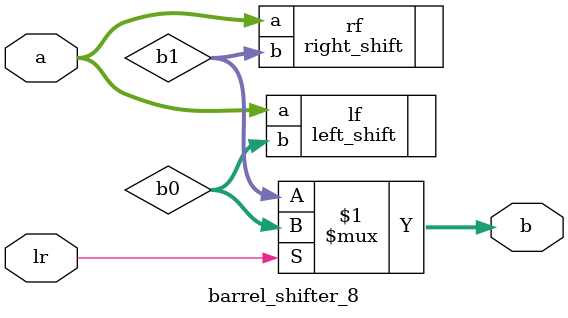
<source format=v>
`timescale 1ns / 1ps


module barrel_shifter_8
    #(parameter SIZE = 8)
    (input [SIZE-1:0] a,input lr, output [SIZE-1:0] b
    );
    wire [SIZE-1:0] b0, b1;
    left_shift#(.SIZE(SIZE)) lf(.a(a), .b(b0));
    right_shift#(.SIZE(SIZE)) rf(.a(a), .b(b1));
    assign b = lr ? b0 : b1;
endmodule

</source>
